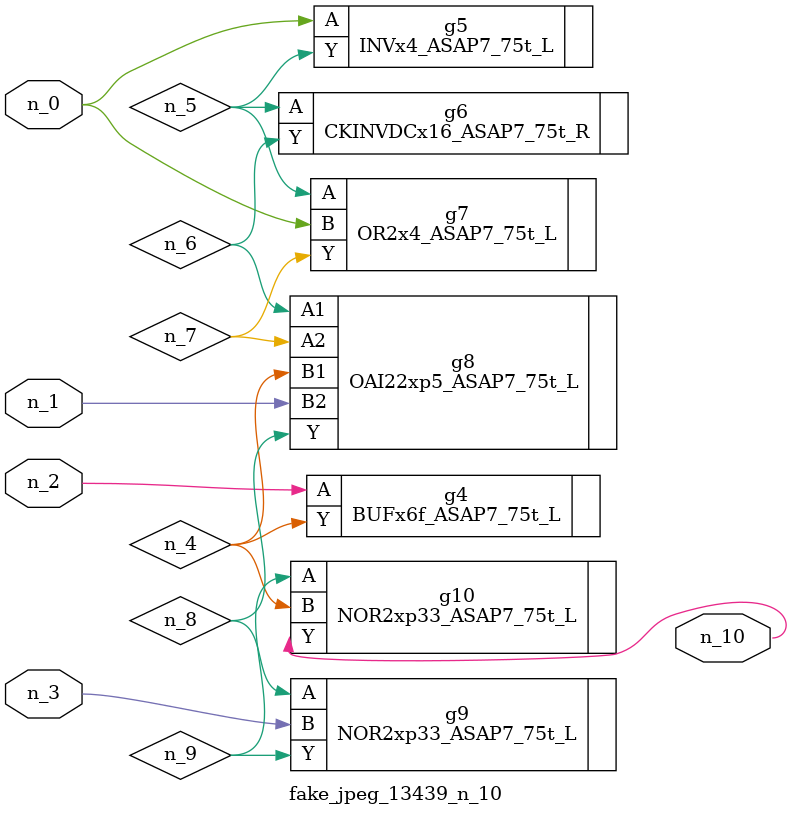
<source format=v>
module fake_jpeg_13439_n_10 (n_0, n_3, n_2, n_1, n_10);

input n_0;
input n_3;
input n_2;
input n_1;

output n_10;

wire n_4;
wire n_8;
wire n_9;
wire n_6;
wire n_5;
wire n_7;

BUFx6f_ASAP7_75t_L g4 ( 
.A(n_2),
.Y(n_4)
);

INVx4_ASAP7_75t_L g5 ( 
.A(n_0),
.Y(n_5)
);

CKINVDCx16_ASAP7_75t_R g6 ( 
.A(n_5),
.Y(n_6)
);

OAI22xp5_ASAP7_75t_L g8 ( 
.A1(n_6),
.A2(n_7),
.B1(n_4),
.B2(n_1),
.Y(n_8)
);

OR2x4_ASAP7_75t_L g7 ( 
.A(n_5),
.B(n_0),
.Y(n_7)
);

NOR2xp33_ASAP7_75t_L g9 ( 
.A(n_8),
.B(n_3),
.Y(n_9)
);

NOR2xp33_ASAP7_75t_L g10 ( 
.A(n_9),
.B(n_4),
.Y(n_10)
);


endmodule
</source>
